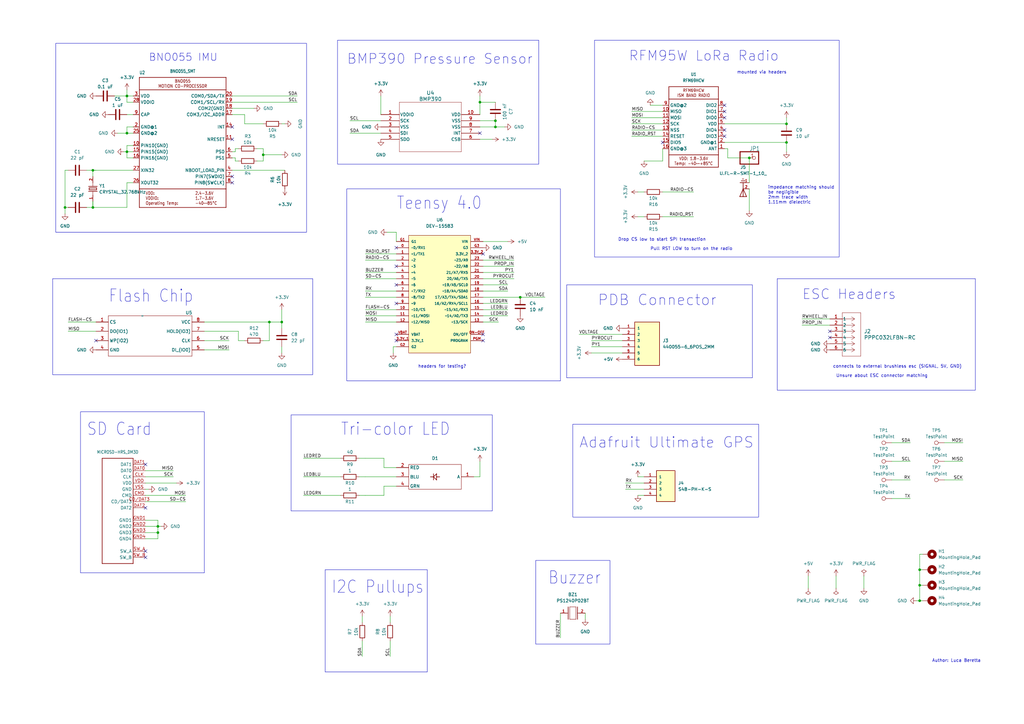
<source format=kicad_sch>
(kicad_sch (version 20230121) (generator eeschema)
  (paper "A3")
  (junction (at 307.34 64.77))
  (junction (at 52.07 62.23))
  (junction (at 213.36 121.92))
  (junction (at 26.67 85.09))
  (junction (at 52.07 54.61))
  (junction (at 115.57 132.08))
  (junction (at 322.58 58.42))
  (junction (at 110.49 132.08))
  (junction (at 196.85 41.91))
  (junction (at 377.19 246.38))
  (junction (at 64.77 218.44))
  (junction (at 38.1 69.85))
  (junction (at 377.19 233.68))
  (junction (at 107.95 63.5))
  (junction (at 203.2 49.53))
  (junction (at 203.2 52.07))
  (junction (at 322.58 50.8))
  (junction (at 64.77 215.9))
  (junction (at 377.19 240.03))
  (junction (at 52.07 39.37))
  (junction (at 38.1 85.09))
  (no_connect (at 162.56 137.16))
  (no_connect (at 297.18 43.18))
  (no_connect (at 95.25 72.39))
  (no_connect (at 196.85 54.61))
  (no_connect (at 95.25 74.93))
  (no_connect (at 59.69 190.5))
  (no_connect (at 162.56 101.6))
  (no_connect (at 297.18 53.34))
  (no_connect (at 95.25 52.07))
  (no_connect (at 39.37 139.7))
  (no_connect (at 162.56 116.84))
  (no_connect (at 297.18 55.88))
  (no_connect (at 59.69 228.6))
  (no_connect (at 162.56 124.46))
  (no_connect (at 95.25 57.15))
  (no_connect (at 340.36 138.43))
  (no_connect (at 340.36 135.89))
  (no_connect (at 198.12 137.16))
  (no_connect (at 297.18 45.72))
  (no_connect (at 297.18 48.26))
  (no_connect (at 59.69 226.06))
  (no_connect (at 59.69 208.28))
  (no_connect (at 162.56 139.7))
  (no_connect (at 198.12 139.7))
  (no_connect (at 162.56 109.22))
  (no_connect (at 198.12 104.14))
  (no_connect (at 271.78 58.42))
  (wire (pts (xy 66.04 215.9) (xy 64.77 215.9)))
  (wire (pts (xy 373.38 181.61) (xy 365.76 181.61)))
  (wire (pts (xy 394.97 189.23) (xy 387.35 189.23)))
  (wire (pts (xy 210.82 114.3) (xy 198.12 114.3)))
  (wire (pts (xy 52.07 62.23) (xy 54.61 62.23)))
  (wire (pts (xy 38.1 82.55) (xy 38.1 85.09)))
  (wire (pts (xy 297.18 50.8) (xy 322.58 50.8)))
  (wire (pts (xy 59.69 218.44) (xy 64.77 218.44)))
  (wire (pts (xy 38.1 82.55) (xy 38.1 85.09)) (stroke (width 0.1524)))
  (wire (pts (xy 147.32 187.96) (xy 149.86 187.96)))
  (wire (pts (xy 259.08 53.34) (xy 271.78 53.34)))
  (wire (pts (xy 149.86 106.68) (xy 162.56 106.68)))
  (wire (pts (xy 157.48 191.77) (xy 162.56 191.77)) (stroke (width 0.1524)))
  (wire (pts (xy 148.59 269.24) (xy 148.59 265.43)) (stroke (width 0.1524)))
  (wire (pts (xy 27.94 85.09) (xy 26.67 85.09)) (stroke (width 0.1524)))
  (wire (pts (xy 240.03 251.46) (xy 240.03 254)) (stroke (width 0.1524)))
  (wire (pts (xy 76.2 205.74) (xy 59.69 205.74)))
  (wire (pts (xy 213.36 121.92) (xy 223.52 121.92)))
  (wire (pts (xy 259.08 55.88) (xy 271.78 55.88)))
  (wire (pts (xy 96.52 66.04) (xy 97.79 66.04)))
  (wire (pts (xy 161.29 142.24) (xy 162.56 142.24)))
  (wire (pts (xy 354.33 236.22) (xy 354.33 241.3)))
  (wire (pts (xy 115.57 50.8) (xy 116.84 50.8)))
  (wire (pts (xy 208.28 119.38) (xy 198.12 119.38)))
  (wire (pts (xy 71.12 193.04) (xy 59.69 193.04)))
  (wire (pts (xy 157.48 187.96) (xy 157.48 191.77)) (stroke (width 0.1524)))
  (wire (pts (xy 198.12 121.92) (xy 213.36 121.92)))
  (wire (pts (xy 284.48 88.9) (xy 271.78 88.9)))
  (wire (pts (xy 124.46 195.58) (xy 139.7 195.58)) (stroke (width 0.1524)))
  (wire (pts (xy 100.33 50.8) (xy 100.33 46.99)))
  (wire (pts (xy 64.77 220.98) (xy 59.69 220.98)))
  (wire (pts (xy 96.52 62.23) (xy 95.25 62.23)))
  (wire (pts (xy 148.59 262.89) (xy 148.59 265.43)))
  (wire (pts (xy 297.18 58.42) (xy 322.58 58.42)))
  (wire (pts (xy 83.82 135.89) (xy 97.79 135.89)))
  (wire (pts (xy 149.86 111.76) (xy 162.56 111.76)))
  (wire (pts (xy 96.52 60.96) (xy 96.52 62.23)))
  (wire (pts (xy 26.67 69.85) (xy 27.94 69.85)))
  (wire (pts (xy 210.82 111.76) (xy 198.12 111.76)))
  (wire (pts (xy 261.62 195.58) (xy 264.16 195.58)))
  (wire (pts (xy 147.32 203.2) (xy 149.86 203.2)))
  (wire (pts (xy 149.86 114.3) (xy 162.56 114.3)))
  (wire (pts (xy 59.69 213.36) (xy 64.77 213.36)))
  (wire (pts (xy 259.08 50.8) (xy 271.78 50.8)))
  (wire (pts (xy 261.62 203.2) (xy 264.16 203.2)))
  (wire (pts (xy 35.56 69.85) (xy 38.1 69.85)))
  (wire (pts (xy 394.97 196.85) (xy 387.35 196.85)))
  (wire (pts (xy 157.48 199.39) (xy 162.56 199.39)) (stroke (width 0.1524)))
  (wire (pts (xy 149.86 129.54) (xy 162.56 129.54)))
  (wire (pts (xy 124.46 203.2) (xy 139.7 203.2)) (stroke (width 0.1524)))
  (wire (pts (xy 93.98 139.7) (xy 83.82 139.7)))
  (wire (pts (xy 160.02 255.27) (xy 160.02 252.73)) (stroke (width 0.1524)))
  (wire (pts (xy 297.18 60.96) (xy 298.45 60.96)))
  (wire (pts (xy 50.8 62.23) (xy 52.07 62.23)))
  (wire (pts (xy 64.77 215.9) (xy 64.77 218.44)))
  (wire (pts (xy 52.07 52.07) (xy 52.07 54.61)))
  (wire (pts (xy 196.85 52.07) (xy 203.2 52.07)))
  (wire (pts (xy 27.94 135.89) (xy 39.37 135.89)))
  (wire (pts (xy 52.07 39.37) (xy 52.07 41.91)) (stroke (width 0.1524)))
  (wire (pts (xy 256.54 198.12) (xy 264.16 198.12)))
  (wire (pts (xy 26.67 69.85) (xy 26.67 85.09)) (stroke (width 0.1524)))
  (wire (pts (xy 96.52 64.77) (xy 95.25 64.77)))
  (wire (pts (xy 38.1 69.85) (xy 54.61 69.85)))
  (wire (pts (xy 71.12 195.58) (xy 59.69 195.58)))
  (wire (pts (xy 261.62 88.9) (xy 264.16 88.9)))
  (wire (pts (xy 373.38 189.23) (xy 365.76 189.23)))
  (wire (pts (xy 52.07 36.83) (xy 52.07 39.37)) (stroke (width 0.1524)))
  (wire (pts (xy 158.75 95.25) (xy 162.56 95.25)))
  (wire (pts (xy 328.93 130.81) (xy 340.36 130.81)))
  (wire (pts (xy 208.28 127) (xy 198.12 127)))
  (wire (pts (xy 115.57 127) (xy 115.57 132.08)))
  (wire (pts (xy 54.61 52.07) (xy 52.07 52.07)))
  (wire (pts (xy 208.28 124.46) (xy 198.12 124.46)))
  (wire (pts (xy 52.07 46.99) (xy 54.61 46.99)))
  (wire (pts (xy 149.86 119.38) (xy 162.56 119.38)))
  (wire (pts (xy 110.49 132.08) (xy 115.57 132.08)) (stroke (width 0.1524)))
  (wire (pts (xy 54.61 64.77) (xy 52.07 64.77)))
  (wire (pts (xy 196.85 41.91) (xy 203.2 41.91)))
  (wire (pts (xy 377.19 233.68) (xy 377.19 227.33)))
  (wire (pts (xy 97.79 139.7) (xy 97.79 135.89)))
  (wire (pts (xy 149.86 195.58) (xy 162.56 195.58)) (stroke (width 0.1524)))
  (wire (pts (xy 104.14 44.45) (xy 95.25 44.45)))
  (wire (pts (xy 107.95 60.96) (xy 107.95 63.5)))
  (wire (pts (xy 52.07 54.61) (xy 54.61 54.61)))
  (wire (pts (xy 149.86 104.14) (xy 162.56 104.14)))
  (wire (pts (xy 64.77 218.44) (xy 64.77 220.98)))
  (wire (pts (xy 271.78 66.04) (xy 271.78 60.96)))
  (wire (pts (xy 110.49 139.7) (xy 110.49 132.08)) (stroke (width 0.1524)))
  (wire (pts (xy 64.77 213.36) (xy 64.77 215.9)))
  (wire (pts (xy 378.46 246.38) (xy 377.19 246.38)))
  (wire (pts (xy 59.69 215.9) (xy 64.77 215.9)))
  (wire (pts (xy 377.19 233.68) (xy 377.19 240.03)))
  (wire (pts (xy 256.54 200.66) (xy 264.16 200.66)))
  (wire (pts (xy 208.28 99.06) (xy 198.12 99.06)))
  (wire (pts (xy 121.92 39.37) (xy 95.25 39.37)))
  (wire (pts (xy 264.16 66.04) (xy 271.78 66.04)))
  (wire (pts (xy 149.86 187.96) (xy 157.48 187.96)) (stroke (width 0.1524)))
  (wire (pts (xy 54.61 41.91) (xy 52.07 41.91)) (stroke (width 0.1524)))
  (wire (pts (xy 147.32 195.58) (xy 149.86 195.58)))
  (wire (pts (xy 38.1 72.39) (xy 38.1 69.85)) (stroke (width 0.1524)))
  (wire (pts (xy 298.45 60.96) (xy 298.45 64.77)))
  (wire (pts (xy 203.2 52.07) (xy 203.2 49.53)))
  (wire (pts (xy 203.2 49.53) (xy 196.85 49.53)))
  (wire (pts (xy 149.86 203.2) (xy 157.48 203.2)) (stroke (width 0.1524)))
  (wire (pts (xy 97.79 139.7) (xy 100.33 139.7)))
  (wire (pts (xy 38.1 85.09) (xy 52.07 85.09)))
  (wire (pts (xy 46.99 39.37) (xy 52.07 39.37)) (stroke (width 0.1524)))
  (wire (pts (xy 342.9 236.22) (xy 342.9 241.3)))
  (wire (pts (xy 107.95 63.5) (xy 107.95 66.04)))
  (wire (pts (xy 207.01 52.07) (xy 203.2 52.07)))
  (wire (pts (xy 210.82 109.22) (xy 198.12 109.22)))
  (wire (pts (xy 72.39 198.12) (xy 59.69 198.12)))
  (wire (pts (xy 124.46 187.96) (xy 139.7 187.96)) (stroke (width 0.1524)))
  (wire (pts (xy 27.94 132.08) (xy 39.37 132.08)))
  (wire (pts (xy 204.47 132.08) (xy 198.12 132.08)))
  (wire (pts (xy 149.86 132.08) (xy 162.56 132.08)))
  (wire (pts (xy 35.56 85.09) (xy 38.1 85.09)) (stroke (width 0.1524)))
  (wire (pts (xy 93.98 143.51) (xy 83.82 143.51)))
  (wire (pts (xy 394.97 181.61) (xy 387.35 181.61)))
  (wire (pts (xy 196.85 41.91) (xy 196.85 46.99)))
  (wire (pts (xy 26.67 85.09) (xy 26.67 87.63)) (stroke (width 0.1524)))
  (wire (pts (xy 52.07 62.23) (xy 52.07 64.77)))
  (wire (pts (xy 284.48 78.74) (xy 271.78 78.74)))
  (wire (pts (xy 328.93 133.35) (xy 340.36 133.35)))
  (wire (pts (xy 52.07 59.69) (xy 52.07 62.23)))
  (wire (pts (xy 210.82 106.68) (xy 198.12 106.68)))
  (wire (pts (xy 107.95 50.8) (xy 100.33 50.8)))
  (wire (pts (xy 143.51 54.61) (xy 156.21 54.61)))
  (wire (pts (xy 148.59 255.27) (xy 148.59 252.73)) (stroke (width 0.1524)))
  (wire (pts (xy 261.62 78.74) (xy 264.16 78.74)))
  (wire (pts (xy 48.26 54.61) (xy 52.07 54.61)))
  (wire (pts (xy 373.38 196.85) (xy 365.76 196.85)))
  (wire (pts (xy 96.52 66.04) (xy 96.52 64.77)))
  (wire (pts (xy 229.87 251.46) (xy 229.87 261.62)) (stroke (width 0.1524)))
  (wire (pts (xy 161.29 144.78) (xy 161.29 142.24)))
  (wire (pts (xy 156.21 39.37) (xy 156.21 46.99)))
  (wire (pts (xy 201.93 57.15) (xy 196.85 57.15)))
  (wire (pts (xy 107.95 139.7) (xy 110.49 139.7)) (stroke (width 0.1524)))
  (wire (pts (xy 298.45 64.77) (xy 307.34 64.77)))
  (wire (pts (xy 107.95 63.5) (xy 115.57 63.5)))
  (wire (pts (xy 100.33 46.99) (xy 95.25 46.99)))
  (wire (pts (xy 365.76 204.47) (xy 373.38 204.47)))
  (wire (pts (xy 107.95 66.04) (xy 105.41 66.04)))
  (wire (pts (xy 242.57 144.78) (xy 255.27 144.78)))
  (wire (pts (xy 83.82 132.08) (xy 110.49 132.08)) (stroke (width 0.1524)))
  (wire (pts (xy 105.41 60.96) (xy 107.95 60.96)))
  (wire (pts (xy 115.57 144.78) (xy 115.57 142.24)))
  (wire (pts (xy 266.7 43.18) (xy 271.78 43.18)))
  (wire (pts (xy 52.07 74.93) (xy 52.07 85.09)) (stroke (width 0.1524)))
  (wire (pts (xy 115.57 132.08) (xy 115.57 134.62)) (stroke (width 0.1524)))
  (wire (pts (xy 322.58 48.26) (xy 322.58 50.8)))
  (wire (pts (xy 259.08 48.26) (xy 271.78 48.26)))
  (wire (pts (xy 377.19 233.68) (xy 378.46 233.68)))
  (wire (pts (xy 331.47 241.3) (xy 331.47 236.22)))
  (wire (pts (xy 196.85 189.23) (xy 196.85 195.58)))
  (wire (pts (xy 208.28 116.84) (xy 198.12 116.84)))
  (wire (pts (xy 52.07 74.93) (xy 54.61 74.93)) (stroke (width 0.1524)))
  (wire (pts (xy 97.79 60.96) (xy 96.52 60.96)))
  (wire (pts (xy 242.57 142.24) (xy 255.27 142.24)))
  (wire (pts (xy 307.34 64.77) (xy 307.34 74.93)))
  (wire (pts (xy 307.34 77.47) (xy 307.34 86.36)))
  (wire (pts (xy 196.85 195.58) (xy 194.31 195.58)))
  (wire (pts (xy 242.57 139.7) (xy 255.27 139.7)))
  (wire (pts (xy 38.1 69.85) (xy 39.37 69.85)) (stroke (width 0.1524)))
  (wire (pts (xy 196.85 39.37) (xy 196.85 41.91)))
  (wire (pts (xy 60.96 200.66) (xy 59.69 200.66)))
  (wire (pts (xy 149.86 127) (xy 162.56 127)))
  (wire (pts (xy 54.61 59.69) (xy 52.07 59.69)))
  (wire (pts (xy 149.86 121.92) (xy 162.56 121.92)))
  (wire (pts (xy 259.08 45.72) (xy 271.78 45.72)))
  (wire (pts (xy 208.28 129.54) (xy 198.12 129.54)))
  (wire (pts (xy 157.48 203.2) (xy 157.48 199.39)) (stroke (width 0.1524)))
  (wire (pts (xy 143.51 49.53) (xy 156.21 49.53)))
  (wire (pts (xy 121.92 41.91) (xy 95.25 41.91)))
  (wire (pts (xy 378.46 227.33) (xy 377.19 227.33)))
  (wire (pts (xy 160.02 262.89) (xy 160.02 269.24)))
  (wire (pts (xy 377.19 240.03) (xy 377.19 246.38)))
  (wire (pts (xy 322.58 58.42) (xy 322.58 62.23)))
  (wire (pts (xy 162.56 95.25) (xy 162.56 99.06)))
  (wire (pts (xy 95.25 69.85) (xy 116.84 69.85)))
  (wire (pts (xy 378.46 240.03) (xy 377.19 240.03)))
  (wire (pts (xy 54.61 39.37) (xy 52.07 39.37)) (stroke (width 0.1524)))
  (wire (pts (xy 76.2 203.2) (xy 59.69 203.2)))
  (wire (pts (xy 377.19 246.38) (xy 375.92 246.38)))
  (wire (pts (xy 237.49 137.16) (xy 255.27 137.16)))
  (rectangle (start 133.35 233.68) (end 175.26 275.59))
  (rectangle (start 232.41 116.84) (end 308.61 154.94))
  (rectangle (start 21.59 114.3) (end 128.27 153.67))
  (rectangle (start 22.86 17.78) (end 125.73 95.25))
  (rectangle (start 318.77 114.3) (end 400.05 160.02))
  (rectangle (start 142.24 77.47) (end 229.87 156.21))
  (rectangle (start 219.71 229.87) (end 250.19 264.16))
  (rectangle (start 119.38 170.18) (end 201.93 209.55))
  (rectangle (start 234.95 173.99) (end 311.15 212.09))
  (rectangle (start 243.84 16.51) (end 344.17 105.41))
  (rectangle (start 138.43 16.51) (end 220.98 67.31))
  (rectangle (start 33.02 168.91) (end 83.82 234.95))
  (text "headers for testing?" (at 171.45 151.13 0) (effects (font (size 1.27 1.27)) (justify left bottom)))
  (text "Flash Chip" (at 44.45 124.46 0) (effects (font (size 5.08 4.318)) (justify left bottom)))
  (text "BMP390 Pressure Sensor" (at 142.24 26.67 0) (effects (font (size 4 4)) (justify left bottom)))
  (text "Teensy 4.0" (at 162.56 86.36 0) (effects (font (size 5.08 4.318)) (justify left bottom)))
  (text "Author: Luca Beretta" (at 382.27 271.78 0) (effects (font (size 1.27 1.27)) (justify left bottom)))
  (text "Buzzer" (at 224.79 240.03 0) (effects (font (size 5.08 4.318)) (justify left bottom)))
  (text "connects to external brushless esc (SIGNAL, 5V, GND)\n" (at 341.63 151.13 0) (effects (font (size 1.27 1.27)) (justify left bottom)))
  (text "SD Card" (at 35.56 179.07 0) (effects (font (size 5.08 4.318)) (justify left bottom)))
  (text "Drop CS low to start SPI transaction" (at 289.56 99.06 0) (effects (font (size 1.27 1.27)) (justify right bottom)))
  (text "ESC Headers" (at 328.93 123.19 0) (effects (font (size 4 4)) (justify left bottom)))
  (text "PDB Connector" (at 245.11 125.73 0) (effects (font (size 4.318 4.318)) (justify left bottom)))
  (text "BNO055 IMU\n" (at 60.96 25.4 0) (effects (font (size 3 3)) (justify left bottom)))
  (text "RFM95W LoRa Radio" (at 257.81 25.4 0) (effects (font (size 4 4)) (justify left bottom)))
  (text "mounted via headers" (at 302.26 30.48 0) (effects (font (size 1.27 1.27)) (justify left bottom)))
  (text "impedance matching should\nbe negligible\n2mm trace width\n1.11mm dielectric" (at 314.96 83.82 0) (effects (font (size 1.27 1.27)) (justify left bottom)))
  (text "Unsure about ESC connector matching" (at 342.9 154.94 0) (effects (font (size 1.27 1.27)) (justify left bottom)))
  (text "Pull RST LOW to turn on the radio" (at 266.7 102.87 0) (effects (font (size 1.27 1.27)) (justify left bottom)))
  (text "Adafruit Ultimate GPS \n" (at 237.49 184.15 0) (effects (font (size 4.318 4.318)) (justify left bottom)))
  (text "I2C Pullups" (at 135.89 243.84 0) (effects (font (size 5.08 4.318)) (justify left bottom)))
  (text "Tri-color LED" (at 139.7 179.07 0) (effects (font (size 5.08 4.318)) (justify left bottom)))
  (label "SDA" (at 208.28 119.38 180))
  (label "MISO" (at 259.08 45.72 0) (effects (font (size 1.2446 1.2446))))
  (label "SCK" (at 93.98 139.7 180) (effects (font (size 1.2446 1.2446))))
  (label "RX" (at 373.38 196.85 180) (effects (font (size 1.2446 1.2446))))
  (label "PYROCUT" (at 242.57 139.7 0))
  (label "LEDGRN" (at 124.46 203.2 0) (effects (font (size 1.2446 1.2446))))
  (label "RADIO-CS" (at 259.08 53.34 0) (effects (font (size 1.2446 1.2446))))
  (label "LEDBLU" (at 208.28 127 180) (effects (font (size 1.2446 1.2446))))
  (label "RADIO_RST" (at 284.48 88.9 180) (effects (font (size 1.2446 1.2446))))
  (label "FLASH-CS" (at 149.86 127 0))
  (label "SCK" (at 394.97 196.85 180) (effects (font (size 1.2446 1.2446))))
  (label "MISO" (at 394.97 189.23 180) (effects (font (size 1.2446 1.2446))))
  (label "PROP_IN" (at 328.93 133.35 0))
  (label "VOLTAGE" (at 237.49 137.16 0) (effects (font (size 1.2446 1.2446))))
  (label "TX" (at 149.86 121.92 0))
  (label "RWHEEL_IN" (at 328.93 130.81 0))
  (label "RADIO-CS" (at 284.48 78.74 180) (effects (font (size 1.2446 1.2446))))
  (label "TX" (at 256.54 200.66 0) (effects (font (size 1.2446 1.2446))))
  (label "MOSI" (at 394.97 181.61 180) (effects (font (size 1.2446 1.2446))))
  (label "PY1" (at 242.57 142.24 0))
  (label "MOSI" (at 93.98 143.51 180) (effects (font (size 1.2446 1.2446))))
  (label "BUZZER" (at 229.87 261.62 90) (effects (font (size 1.2446 1.2446))))
  (label "RWHEEL_IN" (at 210.82 106.68 180))
  (label "PYROCUT" (at 210.82 114.3 180))
  (label "SDA" (at 143.51 54.61 0) (effects (font (size 1.2446 1.2446))))
  (label "PY1" (at 210.82 111.76 180))
  (label "MOSI" (at 76.2 203.2 180) (effects (font (size 1.2446 1.2446))))
  (label "MISO" (at 71.12 193.04 180))
  (label "RADIO_RST" (at 149.86 104.14 0))
  (label "LEDRED" (at 208.28 129.54 180) (effects (font (size 1.2446 1.2446))))
  (label "SCK" (at 259.08 50.8 0) (effects (font (size 1.2446 1.2446))))
  (label "VOLTAGE" (at 223.52 121.92 180))
  (label "SD-CS" (at 76.2 205.74 180) (effects (font (size 1.2446 1.2446))))
  (label "MISO" (at 149.86 132.08 0))
  (label "SCL" (at 143.51 49.53 0) (effects (font (size 1.2446 1.2446))))
  (label "LEDRED" (at 124.46 187.96 0) (effects (font (size 1.2446 1.2446))))
  (label "FLASH-CS" (at 27.94 132.08 0) (effects (font (size 1.2446 1.2446))))
  (label "SCL" (at 160.02 269.24 90) (effects (font (size 1.2446 1.2446))))
  (label "LEDBLU" (at 124.46 195.58 0) (effects (font (size 1.2446 1.2446))))
  (label "RX" (at 149.86 119.38 0))
  (label "SCK" (at 204.47 132.08 180))
  (label "MOSI" (at 259.08 48.26 0) (effects (font (size 1.2446 1.2446))))
  (label "MISO" (at 27.94 135.89 0) (effects (font (size 1.2446 1.2446))))
  (label "SD-CS" (at 149.86 114.3 0) (effects (font (size 1.2446 1.2446))))
  (label "TX" (at 373.38 204.47 180) (effects (font (size 1.2446 1.2446))))
  (label "PROP_IN" (at 210.82 109.22 180))
  (label "SCL" (at 373.38 189.23 180) (effects (font (size 1.2446 1.2446))))
  (label "SCK" (at 71.12 195.58 180))
  (label "SCL" (at 121.92 41.91 180) (effects (font (size 1.2446 1.2446))))
  (label "SCL" (at 208.28 116.84 180))
  (label "LEDGRN" (at 208.28 124.46 180) (effects (font (size 1.2446 1.2446))))
  (label "SDA" (at 121.92 39.37 180) (effects (font (size 1.2446 1.2446))))
  (label "SDA" (at 148.59 269.24 90) (effects (font (size 1.2446 1.2446))))
  (label "RADIO-CS" (at 149.86 106.68 0))
  (label "MOSI" (at 149.86 129.54 0))
  (label "BUZZER" (at 149.86 111.76 0) (effects (font (size 1.2446 1.2446))))
  (label "RADIO_RST" (at 259.08 55.88 0) (effects (font (size 1.2446 1.2446))))
  (label "SDA" (at 373.38 181.61 180) (effects (font (size 1.2446 1.2446))))
  (label "RX" (at 256.54 198.12 0) (effects (font (size 1.2446 1.2446))))
  (symbol (lib_id "power:+3.3V") (at 116.84 77.47 180) (unit 1)
    (property "Reference" "#PWR016" (effects hide))
    (property "Value" "+3.3V" (at 116.84 83.82 0))
  )
  (symbol (lib_id "Device:R") (at 267.97 88.9 90) (unit 1)
    (property "Reference" "R15" (at 267.97 93.98 90))
    (property "Value" "10k" (at 267.97 91.44 90))
    (property "Footprint" "CustomFootprintLib:0805-NO-Resistor" (effects hide))
  )
  (symbol (lib_id "power:GND") (at 322.58 62.23 0) (mirror y) (unit 1)
    (property "Reference" "#PWR043" (effects hide))
    (property "Value" "GND" (at 322.58 67.31 0))
  )
  (symbol (lib_id "power:GND") (at 255.27 134.62 270) (unit 1)
    (property "Reference" "#PWR08" (effects hide))
    (property "Value" "GND" (at 251.46 134.62 90) (effects (justify right)))
  )
  (symbol (lib_id "CustomComponents:440055-6_6POS_2MM") (at 265.43 142.24 0) (unit 1)
    (property "Reference" "J3" (at 271.78 139.7 0) (effects (justify left)))
    (property "Value" "440055-6_6POS_2MM" (at 271.78 142.24 0) (effects (justify left)))
    (property "Footprint" "CustomFootprintLib:TE_440055-6_6POS_2MM" (effects hide))
    (property "PARTREV" "R" (effects hide))
    (property "STANDARD" "Manufacturer Recommendations" (effects hide))
    (property "MANUFACTURER" "TE" (effects hide))
  )
  (symbol (lib_id "power:+3.3V") (at 201.93 57.15 270) (unit 1)
    (property "Reference" "#PWR027" (effects hide))
    (property "Value" "+3.3V" (at 205.74 57.15 90) (effects (justify left)))
  )
  (symbol (lib_id "Device:C") (at 115.57 138.43 0) (unit 1)
    (property "Reference" "C8" (at 119.38 137.16 0) (effects (justify left)))
    (property "Value" "22 pF" (at 119.38 139.7 0) (effects (justify left)))
    (property "Footprint" "CustomFootprintLib:0805-NO (Capacitor)" (effects hide))
  )
  (symbol (lib_id "CustomComponents:HEADER-1X1ROUND") (at 309.88 64.77 0) (unit 1)
    (property "Reference" "JP1" (at 307.34 60.96 0) (effects (font (size 1.778 1.5113)) (justify left)))
    (property "Value" "HEADER-1X1ROUND" (effects hide))
    (property "Footprint" "CustomFootprintLib:1X01_ROUND" (effects hide))
  )
  (symbol (lib_id "power:GND") (at 198.12 101.6 90) (unit 1)
    (property "Reference" "#PWR039" (effects hide))
    (property "Value" "GND" (at 201.93 101.6 90) (effects (justify right)))
  )
  (symbol (lib_id "Device:C") (at 322.58 54.61 180) (unit 1)
    (property "Reference" "C9" (at 326.39 53.34 0) (effects (justify right)))
    (property "Value" "10 uF" (at 326.39 55.88 0) (effects (justify right)))
    (property "Footprint" "CustomFootprintLib:0805-NO (Capacitor)" (effects hide))
  )
  (symbol (lib_id "power:GND") (at 39.37 39.37 270) (unit 1)
    (property "Reference" "#PWR03" (effects hide))
    (property "Value" "GND" (at 35.56 39.37 90) (effects (justify right)))
  )
  (symbol (lib_id "Connector:TestPoint") (at 387.35 196.85 90) (unit 1)
    (property "Reference" "TP7" (at 384.048 191.77 90))
    (property "Value" "TestPoint" (at 384.048 194.31 90))
    (property "Footprint" "TestPoint:TestPoint_Pad_D1.0mm" (effects hide))
  )
  (symbol (lib_id "power:GND") (at 115.57 144.78 0) (unit 1)
    (property "Reference" "#PWR034" (effects hide))
    (property "Value" "GND" (at 115.57 149.86 0))
  )
  (symbol (lib_id "power:GND") (at 115.57 63.5 90) (unit 1)
    (property "Reference" "#PWR014" (effects hide))
    (property "Value" "GND" (at 119.38 63.5 90) (effects (justify right)))
  )
  (symbol (lib_id "CustomComponents:U.FL-R-SMT-1_10_") (at 304.8 77.47 180) (unit 1)
    (property "Reference" "J5" (at 304.8 68.58 0))
    (property "Value" "U.FL-R-SMT-1_10_" (at 304.8 71.12 0))
    (property "Footprint" "CustomFootprintLib:CONN1_UFL-R_HIR" (effects hide))
    (property "DESCRIPTION" "U.FL Series 6 Ghz 50 Ohm Ultra-small SMT Coaxial Cable Receptacle" (effects hide))
    (property "PACKAGE" "None" (effects hide))
    (property "PRICE" "0.71 USD" (effects hide))
    (property "STANDARD" "Manufacturer Recommendation" (effects hide))
    (property "MP" "U.FL-R-SMT-1_10_" (effects hide))
    (property "AVAILABILITY" "Good" (effects hide))
    (property "MANUFACTURER" "Hirose" (effects hide))
  )
  (symbol (lib_id "power:+3.3V") (at 196.85 189.23 0) (unit 1)
    (property "Reference" "#PWR037" (effects hide))
    (property "Value" "+3.3V" (at 196.85 184.15 0))
  )
  (symbol (lib_id "power:GND") (at 48.26 54.61 270) (unit 1)
    (property "Reference" "#PWR06" (effects hide))
    (property "Value" "GND" (at 44.45 54.61 90) (effects (justify right)))
  )
  (symbol (lib_id "CustomComponents:Diffused_RGB_(tri-color)_LED_-_Common_Anode") (at 167.64 181.61 0) (unit 1)
    (property "Reference" "D1" (at 178.435 187.96 0))
    (property "Value" "TRI-COLOR LED" (effects hide))
    (property "Footprint" "CustomFootprintLib:LED_D5.0mm-4_RGB" (effects hide))
  )
  (symbol (lib_id "Device:R") (at 160.02 259.08 180) (unit 1)
    (property "Reference" "R8" (at 154.94 259.08 90))
    (property "Value" "10k" (at 157.48 259.08 90))
    (property "Footprint" "CustomFootprintLib:0805-NO-Resistor" (effects hide))
  )
  (symbol (lib_id "power:GND") (at 340.36 143.51 270) (unit 1)
    (property "Reference" "#PWR038" (effects hide))
    (property "Value" "GND" (at 336.55 143.51 90) (effects (justify right)))
  )
  (symbol (lib_id "power:+5V") (at 208.28 99.06 270) (unit 1)
    (property "Reference" "#PWR040" (effects hide))
    (property "Value" "+5V" (at 212.09 99.06 90) (effects (justify left)))
  )
  (symbol (lib_id "CustomComponents:S4B-PH-K-S_LF__SN_") (at 271.78 198.12 0) (unit 1)
    (property "Reference" "J4" (at 278.13 198.12 0) (effects (justify left)))
    (property "Value" "S4B-PH-K-S" (at 278.13 200.66 0) (effects (justify left)))
    (property "Footprint" "CustomFootprintLib:JST_S4B-PH-K-S_LF__SN_" (effects hide))
    (property "Datasheet" "https://www.jst-mfg.com/product/pdf/eng/ePH.pdf" (effects hide))
    (property "STANDARD" "Manufacturer Recommendation" (effects hide))
    (property "MANUFACTURER" "JST" (effects hide))
  )
  (symbol (lib_id "Mechanical:MountingHole_Pad") (at 381 233.68 270) (unit 1)
    (property "Reference" "H2" (at 384.81 232.41 90) (effects (justify left)))
    (property "Value" "MountingHole_Pad" (at 384.81 234.95 90) (effects (justify left)))
    (property "Footprint" "MountingHole:MountingHole_3mm_Pad" (effects hide))
  )
  (symbol (lib_id "Device:C") (at 31.75 85.09 90) (unit 1)
    (property "Reference" "C2" (at 31.75 77.47 90))
    (property "Value" "22 pF" (at 31.75 80.01 90))
    (property "Footprint" "CustomFootprintLib:0805-NO (Capacitor)" (effects hide))
  )
  (symbol (lib_id "power:GND") (at 116.84 50.8 90) (unit 1)
    (property "Reference" "#PWR015" (effects hide))
    (property "Value" "GND" (at 123.19 50.8 0))
  )
  (symbol (lib_id "power:PWR_FLAG") (at 342.9 241.3 0) (mirror x) (unit 1)
    (property "Reference" "#FLG03" (effects hide))
    (property "Value" "PWR_FLAG" (at 342.9 246.38 0))
  )
  (symbol (lib_id "power:GND") (at 240.03 254 0) (unit 1)
    (property "Reference" "#PWR023" (effects hide))
    (property "Value" "GND" (at 240.03 259.08 0))
  )
  (symbol (lib_id "CustomComponents:BMP390") (at 156.21 46.99 0) (unit 1)
    (property "Reference" "U4" (at 176.53 38.1 0) (effects (font (size 1.524 1.524))))
    (property "Value" "BMP390" (at 176.53 40.64 0) (effects (font (size 1.524 1.524))))
    (property "Footprint" "CustomFootprintLib:LGA10_BMP390_BOS" (effects hide))
    (property "Datasheet" "BMP390" (effects hide))
  )
  (symbol (lib_id "power:GND") (at 307.34 86.36 0) (mirror y) (unit 1)
    (property "Reference" "#PWR044" (effects hide))
    (property "Value" "GND" (at 307.34 91.44 0))
  )
  (symbol (lib_id "Device:C") (at 43.18 39.37 90) (unit 1)
    (property "Reference" "C3" (at 43.18 33.02 90))
    (property "Value" "0.1 uF" (at 43.18 35.56 90))
    (property "Footprint" "CustomFootprintLib:0805-NO (Capacitor)" (effects hide))
  )
  (symbol (lib_id "CustomComponents:PS1240P02BT") (at 234.95 251.46 0) (unit 1)
    (property "Reference" "BZ1" (at 234.95 243.84 0))
    (property "Value" "PS1240P02BT" (at 234.95 246.38 0))
    (property "Footprint" "CustomFootprintLib:BUZZER_XDCR_PS1240P02BT" (effects hide))
    (property "MF" "TDK" (effects hide))
    (property "MAXIMUM_PACKAGE_HEIGHT" "7.0mm" (effects hide))
    (property "PACKAGE" "SIP-5 TDK" (effects hide))
    (property "PRICE" "None" (effects hide))
    (property "MP" "PS1240P02CT3" (effects hide))
    (property "AVAILABILITY" "Unavailable" (effects hide))
    (property "DESCRIPTION" "Buzzers Transducer, Externally Driven Piezo 3V 4kHz 60dB @ 3V, 10cm Through Hole PC Pins" (effects hide))
  )
  (symbol (lib_id "Connector:TestPoint") (at 365.76 181.61 90) (unit 1)
    (property "Reference" "TP1" (at 362.458 176.53 90))
    (property "Value" "TestPoint" (at 362.458 179.07 90))
    (property "Footprint" "TestPoint:TestPoint_Pad_D1.0mm" (effects hide))
  )
  (symbol (lib_id "power:GND") (at 104.14 44.45 90) (unit 1)
    (property "Reference" "#PWR013" (effects hide))
    (property "Value" "GND" (at 107.95 44.45 90) (effects (justify right)))
  )
  (symbol (lib_id "Connector:TestPoint") (at 365.76 189.23 90) (unit 1)
    (property "Reference" "TP2" (at 362.458 184.15 90))
    (property "Value" "TestPoint" (at 362.458 186.69 90))
    (property "Footprint" "TestPoint:TestPoint_Pad_D1.0mm" (effects hide))
  )
  (symbol (lib_id "Connector:TestPoint") (at 365.76 196.85 90) (unit 1)
    (property "Reference" "TP3" (at 362.458 191.77 90))
    (property "Value" "TestPoint" (at 362.458 194.31 90))
    (property "Footprint" "TestPoint:TestPoint_Pad_D1.0mm" (effects hide))
  )
  (symbol (lib_id "Device:R") (at 101.6 60.96 270) (unit 1)
    (property "Reference" "R3" (at 101.6 55.88 90))
    (property "Value" "10k" (at 101.6 58.42 90))
    (property "Footprint" "CustomFootprintLib:0805-NO-Resistor" (effects hide))
  )
  (symbol (lib_id "power:GND") (at 44.45 46.99 270) (unit 1)
    (property "Reference" "#PWR04" (effects hide))
    (property "Value" "GND" (at 40.64 46.99 90) (effects (justify right)))
  )
  (symbol (lib_id "power:GND") (at 213.36 129.54 0) (unit 1)
    (property "Reference" "#PWR041" (effects hide))
    (property "Value" "GND" (at 213.36 134.62 0))
  )
  (symbol (lib_id "CustomComponents:RFM69HCW_SMT") (at 284.48 50.8 0) (unit 1)
    (property "Reference" "U1" (at 284.48 30.48 0) (effects (font (size 1.27 1.0795))))
    (property "Value" "RFM69HCW" (at 284.48 33.02 0) (effects (font (size 1.27 1.0795))))
    (property "Footprint" "CustomFootprintLib:RFMHCW_SMT" (effects hide))
  )
  (symbol (lib_id "Connector:TestPoint") (at 387.35 189.23 90) (unit 1)
    (property "Reference" "TP6" (at 384.048 184.15 90))
    (property "Value" "TestPoint" (at 384.048 186.69 90))
    (property "Footprint" "TestPoint:TestPoint_Pad_D1.0mm" (effects hide))
  )
  (symbol (lib_id "CustomComponents:CRYSTAL_ECS-.327-12.5-34B-TR") (at 38.1 77.47 90) (unit 1)
    (property "Reference" "Y1" (at 40.64 76.2 90) (effects (justify right)))
    (property "Value" "CRYSTAL_32.768kHz" (at 40.64 78.74 90) (effects (justify right)))
    (property "Footprint" "CustomFootprintLib:CRYSTAL_ECS-.327-12.5-34B-TR" (effects hide))
    (property "MANUFACTURER" "ECS Inc." (effects hide))
    (property "STANDARD" "Manufacturer recommendations" (effects hide))
  )
  (symbol (lib_id "power:+3.3V") (at 72.39 198.12 270) (unit 1)
    (property "Reference" "#PWR019" (effects hide))
    (property "Value" "+3.3V" (at 76.2 198.12 90) (effects (justify left)))
  )
  (symbol (lib_id "power:+5V") (at 331.47 236.22 0) (mirror y) (unit 1)
    (property "Reference" "#PWR047" (effects hide))
    (property "Value" "+5V" (at 331.47 231.14 0))
  )
  (symbol (lib_id "power:PWR_FLAG") (at 331.47 241.3 0) (mirror x) (unit 1)
    (property "Reference" "#FLG02" (effects hide))
    (property "Value" "PWR_FLAG" (at 331.47 246.38 0))
  )
  (symbol (lib_id "power:GND") (at 375.92 246.38 270) (unit 1)
    (property "Reference" "#PWR058" (effects hide))
    (property "Value" "GND" (at 372.11 246.38 90) (effects (justify right)))
  )
  (symbol (lib_id "power:+3.3V") (at 261.62 195.58 0) (unit 1)
    (property "Reference" "#PWR053" (effects hide))
    (property "Value" "+3.3V" (at 261.62 190.5 0))
  )
  (symbol (lib_id "Mechanical:MountingHole_Pad") (at 381 246.38 270) (unit 1)
    (property "Reference" "H4" (at 384.81 245.11 90) (effects (justify left)))
    (property "Value" "MountingHole_Pad" (at 384.81 247.65 90) (effects (justify left)))
    (property "Footprint" "MountingHole:MountingHole_3mm_Pad" (effects hide))
  )
  (symbol (lib_id "power:GND") (at 60.96 200.66 90) (unit 1)
    (property "Reference" "#PWR017" (effects hide))
    (property "Value" "GND" (at 64.77 200.66 90) (effects (justify right)))
  )
  (symbol (lib_id "CustomComponents:PPPC032LFBN-RC") (at 340.36 130.81 0) (unit 1)
    (property "Reference" "J2" (at 354.33 135.89 0) (effects (font (size 1.524 1.524)) (justify left)))
    (property "Value" "PPPC032LFBN-RC" (at 354.33 138.43 0) (effects (font (size 1.524 1.524)) (justify left)))
    (property "Footprint" "CustomFootprintLib:SULLINS_PPPC032LFBN-RC_2x3_header" (effects hide))
    (property "Datasheet" "https://cdn.harwin.com/pdfs/Harwin_Datasheet-INDESS.pdf" (effects hide))
  )
  (symbol (lib_id "power:+3.3V") (at 322.58 48.26 0) (mirror y) (unit 1)
    (property "Reference" "#PWR042" (effects hide))
    (property "Value" "+3.3V" (at 322.58 43.18 0))
  )
  (symbol (lib_id "power:+3.3V") (at 156.21 39.37 0) (unit 1)
    (property "Reference" "#PWR020" (effects hide))
    (property "Value" "+3.3V" (at 156.21 34.29 0))
  )
  (symbol (lib_id "power:GND") (at 261.62 203.2 0) (unit 1)
    (property "Reference" "#PWR054" (effects hide))
    (property "Value" "GND" (at 261.62 208.28 0))
  )
  (symbol (lib_id "CustomComponents:W25Q64JV") (at 60.96 124.46 0) (unit 1)
    (property "Reference" "U5" (at 77.47 128.27 0))
    (property "Value" "~" (at 58.42 129.54 0))
    (property "Footprint" "CustomFootprintLib:W25Q64JVSSIQ" (effects hide))
    (property "Datasheet" "https://www.winbond.com/hq/support/documentation/?__locale=en&line=/product/code-storage-flash-memory/index.html&family=/product/code-storage-flash-memory/serial-nor-flash/index.html&pno=W25Q64JV&category=/.categories/resources/datasheet/" (effects hide))
  )
  (symbol (lib_id "power:GND") (at 50.8 62.23 270) (unit 1)
    (property "Reference" "#PWR07" (effects hide))
    (property "Value" "GND" (at 46.99 62.23 90) (effects (justify right)))
  )
  (symbol (lib_id "Connector:TestPoint") (at 387.35 181.61 90) (unit 1)
    (property "Reference" "TP5" (at 384.048 176.53 90))
    (property "Value" "TestPoint" (at 384.048 179.07 90))
    (property "Footprint" "TestPoint:TestPoint_Pad_D1.0mm" (effects hide))
  )
  (symbol (lib_id "power:+3.3V") (at 52.07 36.83 0) (unit 1)
    (property "Reference" "#PWR09" (effects hide))
    (property "Value" "+3.3V" (at 52.07 31.75 0))
  )
  (symbol (lib_id "power:+3.3V") (at 342.9 236.22 0) (unit 1)
    (property "Reference" "#PWR055" (effects hide))
    (property "Value" "+3.3V" (at 342.9 231.14 0))
  )
  (symbol (lib_id "Device:R") (at 143.51 195.58 90) (unit 1)
    (property "Reference" "R10" (at 143.51 198.12 90))
    (property "Value" "1" (at 143.51 193.04 90))
    (property "Footprint" "CustomFootprintLib:0805-NO-Resistor" (effects hide))
  )
  (symbol (lib_id "Device:C") (at 203.2 45.72 0) (unit 1)
    (property "Reference" "C7" (at 209.55 45.72 90))
    (property "Value" "100 nF" (at 207.01 45.72 90))
    (property "Footprint" "CustomFootprintLib:0805-NO (Capacitor)" (effects hide))
  )
  (symbol (lib_id "power:GND") (at 158.75 95.25 270) (unit 1)
    (property "Reference" "#PWR035" (effects hide))
    (property "Value" "GND" (at 154.94 95.25 90) (effects (justify right)))
  )
  (symbol (lib_id "Device:R") (at 111.76 50.8 270) (unit 1)
    (property "Reference" "R5" (at 111.76 55.88 90))
    (property "Value" "10k" (at 111.76 53.34 90))
    (property "Footprint" "CustomFootprintLib:0805-NO-Resistor" (effects hide))
  )
  (symbol (lib_id "power:+3.3V") (at 261.62 88.9 90) (mirror x) (unit 1)
    (property "Reference" "#PWR032" (effects hide))
    (property "Value" "+3.3V" (at 256.54 88.9 0))
  )
  (symbol (lib_id "power:GND") (at 66.04 215.9 90) (unit 1)
    (property "Reference" "#PWR018" (effects hide))
    (property "Value" "GND" (at 69.85 215.9 90) (effects (justify right)))
  )
  (symbol (lib_id "CustomComponents:BNO055_SMT") (at 74.93 57.15 0) (unit 1)
    (property "Reference" "U2" (at 57.15 30.48 0) (effects (font (size 1.27 1.0795)) (justify left bottom)))
    (property "Value" "BNO055_SMT" (at 74.93 29.21 0) (effects (font (size 1.27 1.0795))))
    (property "Footprint" "CustomFootprintLib:BNO055_SMT" (effects hide))
  )
  (symbol (lib_id "Device:C") (at 48.26 46.99 90) (unit 1)
    (property "Reference" "C5" (at 48.26 40.64 90))
    (property "Value" "1 uF" (at 48.26 43.18 90))
    (property "Footprint" "CustomFootprintLib:0805-NO (Capacitor)" (effects hide))
  )
  (symbol (lib_id "power:+5V") (at 255.27 147.32 90) (unit 1)
    (property "Reference" "#PWR02" (effects hide))
    (property "Value" "+5V" (at 251.46 147.32 90) (effects (justify left)))
  )
  (symbol (lib_id "CustomComponents:DEV-15583") (at 180.34 118.11 0) (unit 1)
    (property "Reference" "U6" (at 180.34 90.17 0))
    (property "Value" "DEV-15583" (at 180.34 92.71 0))
    (property "Footprint" "CustomFootprintLib:MODULE_DEV-15583" (effects hide))
    (property "Datasheet" "https://www.pjrc.com/store/teensy40.html" (effects hide))
    (property "MF" "SparkFun Electronics" (effects hide))
    (property "MAXIMUM_PACKAGE_HEIGHT" "5.87mm" (effects hide))
    (property "Package" "None" (effects hide))
    (property "Price" "None" (effects hide))
    (property "Check_prices" "https://www.snapeda.com/parts/DEV-15583/SparkFun+Electronics/view-part/?ref=eda" (effects hide))
    (property "STANDARD" "Manufacturer Recommendations" (effects hide))
    (property "SnapEDA_Link" "https://www.snapeda.com/parts/DEV-15583/SparkFun+Electronics/view-part/?ref=snap" (effects hide))
    (property "MP" "DEV-15583" (effects hide))
    (property "Purchase-URL" "https://www.snapeda.com/api/url_track_click_mouser/?unipart_id=4001229&manufacturer=SparkFun Electronics&part_name=DEV-15583&search_term=None" (effects hide))
    (property "Description" "\nRT1062 Teensy 4.0 series ARM® Cortex®-M7 MPU Embedded Evaluation Board\n" (effects hide))
    (property "Availability" "In Stock" (effects hide))
    (property "MANUFACTURER" "Sparkfun" (effects hide))
  )
  (symbol (lib_id "Mechanical:MountingHole_Pad") (at 381 227.33 270) (unit 1)
    (property "Reference" "H1" (at 384.81 226.06 90) (effects (justify left)))
    (property "Value" "MountingHole_Pad" (at 384.81 228.6 90) (effects (justify left)))
    (property "Footprint" "MountingHole:MountingHole_3mm_Pad" (effects hide))
  )
  (symbol (lib_id "power:GND") (at 354.33 241.3 0) (unit 1)
    (property "Reference" "#PWR056" (effects hide))
    (property "Value" "GND" (at 354.33 246.38 0))
  )
  (symbol (lib_id "Mechanical:MountingHole_Pad") (at 381 240.03 270) (unit 1)
    (property "Reference" "H3" (at 384.81 238.76 90) (effects (justify left)))
    (property "Value" "MountingHole_Pad" (at 384.81 241.3 90) (effects (justify left)))
    (property "Footprint" "MountingHole:MountingHole_3mm_Pad" (effects hide))
  )
  (symbol (lib_id "power:GND") (at 26.67 87.63 0) (unit 1)
    (property "Reference" "#PWR01" (effects hide))
    (property "Value" "GND" (at 26.67 92.71 0))
  )
  (symbol (lib_id "Device:R") (at 101.6 66.04 270) (unit 1)
    (property "Reference" "R4" (at 101.6 71.12 90))
    (property "Value" "10k" (at 101.6 68.58 90))
    (property "Footprint" "CustomFootprintLib:0805-NO-Resistor" (effects hide))
  )
  (symbol (lib_id "power:+3.3V") (at 261.62 78.74 90) (mirror x) (unit 1)
    (property "Reference" "#PWR057" (effects hide))
    (property "Value" "+3.3V" (at 256.54 78.74 0))
  )
  (symbol (lib_id "Device:R") (at 143.51 187.96 90) (unit 1)
    (property "Reference" "R9" (at 143.51 190.5 90))
    (property "Value" "40" (at 143.51 185.42 90))
    (property "Footprint" "CustomFootprintLib:0805-NO-Resistor" (effects hide))
  )
  (symbol (lib_id "power:GND") (at 207.01 52.07 90) (unit 1)
    (property "Reference" "#PWR028" (effects hide))
    (property "Value" "GND" (at 210.82 52.07 90) (effects (justify right)))
  )
  (symbol (lib_id "Device:R") (at 143.51 203.2 90) (unit 1)
    (property "Reference" "R11" (at 143.51 205.74 90))
    (property "Value" "1" (at 143.51 200.66 90))
    (property "Footprint" "CustomFootprintLib:0805-NO-Resistor" (effects hide))
  )
  (symbol (lib_id "Device:R") (at 104.14 139.7 90) (unit 1)
    (property "Reference" "R12" (at 104.14 134.62 90))
    (property "Value" "470" (at 104.14 137.16 90))
    (property "Footprint" "CustomFootprintLib:0805-NO-Resistor" (effects hide))
  )
  (symbol (lib_id "power:PWR_FLAG") (at 354.33 236.22 0) (unit 1)
    (property "Reference" "#FLG04" (effects hide))
    (property "Value" "PWR_FLAG" (at 354.33 231.14 0))
  )
  (symbol (lib_id "power:+3.3V") (at 148.59 252.73 0) (unit 1)
    (property "Reference" "#PWR026" (effects hide))
    (property "Value" "+3.3V" (at 148.59 247.65 0))
  )
  (symbol (lib_id "power:GND") (at 161.29 144.78 0) (unit 1)
    (property "Reference" "#PWR036" (effects hide))
    (property "Value" "GND" (at 161.29 149.86 0))
  )
  (symbol (lib_id "Device:C") (at 213.36 125.73 180) (unit 1)
    (property "Reference" "C4" (at 217.17 124.46 0) (effects (justify right)))
    (property "Value" "10 nF" (at 217.17 127 0) (effects (justify right)))
    (property "Footprint" "CustomFootprintLib:0805-NO (Capacitor)" (effects hide))
  )
  (symbol (lib_id "power:+3.3V") (at 242.57 144.78 90) (mirror x) (unit 1)
    (property "Reference" "#PWR05" (effects hide))
    (property "Value" "+3.3V" (at 237.49 144.78 0))
  )
  (symbol (lib_id "power:GND") (at 266.7 43.18 180) (unit 1)
    (property "Reference" "#PWR030" (effects hide))
    (property "Value" "GND" (at 266.7 38.1 0))
  )
  (symbol (lib_id "power:+3.3V") (at 115.57 127 0) (unit 1)
    (property "Reference" "#PWR033" (effects hide))
    (property "Value" "+3.3V" (at 115.57 121.92 0))
  )
  (symbol (lib_id "power:GND") (at 156.21 57.15 0) (unit 1)
    (property "Reference" "#PWR022" (effects hide))
    (property "Value" "GND" (at 156.21 63.5 0))
  )
  (symbol (lib_id "power:GND") (at 156.21 52.07 270) (unit 1)
    (property "Reference" "#PWR021" (effects hide))
    (property "Value" "GND" (at 152.4 52.07 90) (effects (justify right)))
  )
  (symbol (lib_id "Device:C") (at 31.75 69.85 90) (unit 1)
    (property "Reference" "C1" (at 31.75 62.23 90))
    (property "Value" "22 pF" (at 31.75 64.77 90))
    (property "Footprint" "CustomFootprintLib:0805-NO (Capacitor)" (effects hide))
  )
  (symbol (lib_id "power:+3.3V") (at 160.02 252.73 0) (unit 1)
    (property "Reference" "#PWR029" (effects hide))
    (property "Value" "+3.3V" (at 160.02 247.65 0))
  )
  (symbol (lib_id "Device:R") (at 148.59 259.08 180) (unit 1)
    (property "Reference" "R7" (at 143.51 259.08 90))
    (property "Value" "10k" (at 146.05 259.08 90))
    (property "Footprint" "CustomFootprintLib:0805-NO-Resistor" (effects hide))
  )
  (symbol (lib_id "power:GND") (at 264.16 66.04 0) (mirror y) (unit 1)
    (property "Reference" "#PWR031" (effects hide))
    (property "Value" "GND" (at 264.16 71.12 0))
  )
  (symbol (lib_id "power:GND") (at 39.37 143.51 270) (unit 1)
    (property "Reference" "#PWR024" (effects hide))
    (property "Value" "GND" (at 35.56 143.51 90) (effects (justify right)))
  )
  (symbol (lib_id "Device:R") (at 116.84 73.66 180) (unit 1)
    (property "Reference" "R6" (at 111.76 73.66 90))
    (property "Value" "10k" (at 114.3 73.66 90))
    (property "Footprint" "CustomFootprintLib:0805-NO-Resistor" (effects hide))
  )
  (symbol (lib_id "Device:R") (at 267.97 78.74 90) (unit 1)
    (property "Reference" "R16" (at 267.97 83.82 90))
    (property "Value" "10k" (at 267.97 81.28 90))
    (property "Footprint" "CustomFootprintLib:0805-NO-Resistor" (effects hide))
  )
  (symbol (lib_id "Connector:TestPoint") (at 365.76 204.47 90) (unit 1)
    (property "Reference" "TP4" (at 362.458 199.39 90))
    (property "Value" "TestPoint" (at 362.458 201.93 90))
    (property "Footprint" "TestPoint:TestPoint_Pad_D1.0mm" (effects hide))
  )
  (symbol (lib_id "power:+3.3V") (at 196.85 39.37 0) (unit 1)
    (property "Reference" "#PWR025" (effects hide))
    (property "Value" "+3.3V" (at 196.85 34.29 0))
  )
  (symbol (lib_id "power:GND") (at 340.36 140.97 270) (unit 1)
    (property "Reference" "#PWR012" (effects hide))
    (property "Value" "GND" (at 336.55 140.97 90) (effects (justify right)))
  )
  (symbol (lib_id "CustomComponents:MICROSD-HRS_DM3D") (at 41.91 213.36 0) (unit 1)
    (property "Reference" "U3" (effects hide))
    (property "Value" "MICROSD-HRS_DM3D" (at 48.26 185.42 0) (effects (font (size 1.27 1.0795))))
    (property "Footprint" "CustomFootprintLib:MICROSD-HRS_DM3D" (effects hide))
  )
)
</source>
